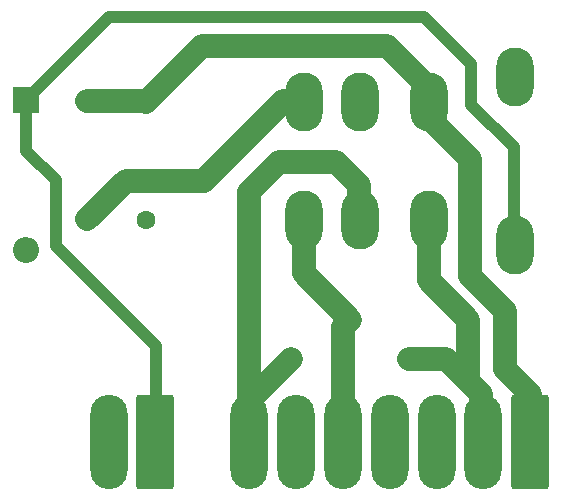
<source format=gbl>
%TF.GenerationSoftware,KiCad,Pcbnew,7.0.10-7.0.10~ubuntu22.04.1*%
%TF.CreationDate,2024-01-16T19:58:32-05:00*%
%TF.ProjectId,sys11-c11998-relay,73797331-312d-4633-9131-3939382d7265,1.0*%
%TF.SameCoordinates,Original*%
%TF.FileFunction,Copper,L2,Bot*%
%TF.FilePolarity,Positive*%
%FSLAX46Y46*%
G04 Gerber Fmt 4.6, Leading zero omitted, Abs format (unit mm)*
G04 Created by KiCad (PCBNEW 7.0.10-7.0.10~ubuntu22.04.1) date 2024-01-16 19:58:32*
%MOMM*%
%LPD*%
G01*
G04 APERTURE LIST*
G04 Aperture macros list*
%AMRoundRect*
0 Rectangle with rounded corners*
0 $1 Rounding radius*
0 $2 $3 $4 $5 $6 $7 $8 $9 X,Y pos of 4 corners*
0 Add a 4 corners polygon primitive as box body*
4,1,4,$2,$3,$4,$5,$6,$7,$8,$9,$2,$3,0*
0 Add four circle primitives for the rounded corners*
1,1,$1+$1,$2,$3*
1,1,$1+$1,$4,$5*
1,1,$1+$1,$6,$7*
1,1,$1+$1,$8,$9*
0 Add four rect primitives between the rounded corners*
20,1,$1+$1,$2,$3,$4,$5,0*
20,1,$1+$1,$4,$5,$6,$7,0*
20,1,$1+$1,$6,$7,$8,$9,0*
20,1,$1+$1,$8,$9,$2,$3,0*%
G04 Aperture macros list end*
%TA.AperFunction,ComponentPad*%
%ADD10C,1.600000*%
%TD*%
%TA.AperFunction,ComponentPad*%
%ADD11O,1.600000X1.600000*%
%TD*%
%TA.AperFunction,ComponentPad*%
%ADD12O,3.160000X5.000000*%
%TD*%
%TA.AperFunction,ComponentPad*%
%ADD13RoundRect,0.250000X1.330000X3.750000X-1.330000X3.750000X-1.330000X-3.750000X1.330000X-3.750000X0*%
%TD*%
%TA.AperFunction,ComponentPad*%
%ADD14O,3.160000X8.000000*%
%TD*%
%TA.AperFunction,ComponentPad*%
%ADD15R,2.200000X2.200000*%
%TD*%
%TA.AperFunction,ComponentPad*%
%ADD16O,2.200000X2.200000*%
%TD*%
%TA.AperFunction,Conductor*%
%ADD17C,2.000000*%
%TD*%
%TA.AperFunction,Conductor*%
%ADD18C,1.000000*%
%TD*%
G04 APERTURE END LIST*
D10*
%TO.P,C2,1*%
%TO.N,Net-(J2-Pin_6)*%
X114935000Y-124587000D03*
D11*
%TO.P,C2,2*%
%TO.N,Net-(J2-Pin_1)*%
X114935000Y-114587000D03*
%TD*%
D12*
%TO.P,RLY1,1,1*%
%TO.N,Net-(J2-Pin_5)*%
X128295400Y-124561600D03*
%TO.P,RLY1,2,2*%
%TO.N,Net-(J2-Pin_4)*%
X128295400Y-114554000D03*
%TO.P,RLY1,3,3*%
%TO.N,Net-(J2-Pin_7)*%
X132994400Y-124561600D03*
%TO.P,RLY1,4,4*%
%TO.N,Net-(J2-Pin_6)*%
X132994400Y-114554000D03*
%TO.P,RLY1,5,5*%
%TO.N,Net-(J2-Pin_2)*%
X138887200Y-124561600D03*
%TO.P,RLY1,6,6*%
%TO.N,Net-(J2-Pin_1)*%
X138887200Y-114554000D03*
%TO.P,RLY1,7,A*%
%TO.N,Net-(D1-K)*%
X146126200Y-126657100D03*
%TO.P,RLY1,8,B*%
%TO.N,Net-(D1-A)*%
X146126200Y-112458500D03*
%TD*%
D13*
%TO.P,J1,1,Pin_1*%
%TO.N,Net-(D1-K)*%
X115695800Y-143361200D03*
D14*
%TO.P,J1,2,Pin_2*%
%TO.N,Net-(D1-A)*%
X111735800Y-143361200D03*
%TD*%
D15*
%TO.P,D1,1,K*%
%TO.N,Net-(D1-K)*%
X104775000Y-114427000D03*
D16*
%TO.P,D1,2,A*%
%TO.N,Net-(D1-A)*%
X104775000Y-127127000D03*
%TD*%
D13*
%TO.P,J2,1,Pin_1*%
%TO.N,Net-(J2-Pin_1)*%
X147419200Y-143357600D03*
D14*
%TO.P,J2,2,Pin_2*%
%TO.N,Net-(J2-Pin_2)*%
X143459200Y-143357600D03*
%TO.P,J2,3,Pin_3*%
%TO.N,unconnected-(J2-Pin_3-Pad3)*%
X139499200Y-143357600D03*
%TO.P,J2,4,Pin_4*%
%TO.N,Net-(J2-Pin_4)*%
X135539200Y-143357600D03*
%TO.P,J2,5,Pin_5*%
%TO.N,Net-(J2-Pin_5)*%
X131579200Y-143357600D03*
%TO.P,J2,6,Pin_6*%
%TO.N,Net-(J2-Pin_6)*%
X127619200Y-143357600D03*
%TO.P,J2,7,Pin_7*%
%TO.N,Net-(J2-Pin_7)*%
X123659200Y-143357600D03*
%TD*%
D10*
%TO.P,C1,1*%
%TO.N,Net-(J2-Pin_4)*%
X109935000Y-124507000D03*
D11*
%TO.P,C1,2*%
%TO.N,Net-(J2-Pin_1)*%
X109935000Y-114507000D03*
%TD*%
D10*
%TO.P,C4,1*%
%TO.N,Net-(J2-Pin_5)*%
X132163800Y-133019800D03*
D11*
%TO.P,C4,2*%
%TO.N,Net-(J2-Pin_2)*%
X142163800Y-133019800D03*
%TD*%
D10*
%TO.P,C3,1*%
%TO.N,Net-(J2-Pin_7)*%
X127160000Y-136372600D03*
D11*
%TO.P,C3,2*%
%TO.N,Net-(J2-Pin_2)*%
X137160000Y-136372600D03*
%TD*%
D17*
%TO.N,Net-(J2-Pin_4)*%
X113182400Y-121259600D02*
X119786400Y-121259600D01*
X126504700Y-114541300D02*
X128244600Y-114541300D01*
X109935000Y-124507000D02*
X113182400Y-121259600D01*
X119786400Y-121259600D02*
X126504700Y-114541300D01*
%TO.N,Net-(J2-Pin_1)*%
X142341600Y-129286000D02*
X145338800Y-132283200D01*
X138836400Y-113385600D02*
X135305800Y-109855000D01*
X135305800Y-109855000D02*
X119634000Y-109855000D01*
X138836400Y-114541300D02*
X138836400Y-113385600D01*
X138836400Y-115951000D02*
X142341600Y-119456200D01*
X119634000Y-109855000D02*
X114935000Y-114554000D01*
X109935000Y-114507000D02*
X114855000Y-114507000D01*
X142341600Y-119456200D02*
X142341600Y-129286000D01*
X145338800Y-132283200D02*
X145338800Y-137185400D01*
X114855000Y-114507000D02*
X114935000Y-114587000D01*
X114935000Y-114554000D02*
X114935000Y-114587000D01*
X145338800Y-137185400D02*
X147447000Y-139293600D01*
X147447000Y-139293600D02*
X147421600Y-139319000D01*
X147421600Y-139319000D02*
X147421600Y-143586200D01*
X138836400Y-114541300D02*
X138836400Y-115951000D01*
%TO.N,Net-(J2-Pin_7)*%
X123661600Y-139242800D02*
X123661600Y-143586200D01*
X132943600Y-124548900D02*
X132943600Y-121615200D01*
X124289800Y-139242800D02*
X123661600Y-139242800D01*
X126187200Y-119684800D02*
X123661600Y-122210400D01*
X131013200Y-119684800D02*
X126187200Y-119684800D01*
X132943600Y-121615200D02*
X131013200Y-119684800D01*
X127160000Y-136372600D02*
X124289800Y-139242800D01*
X123661600Y-122210400D02*
X123661600Y-139242800D01*
%TO.N,Net-(J2-Pin_2)*%
X140335000Y-136372600D02*
X142163800Y-138201400D01*
X142163800Y-138201400D02*
X142163800Y-133019800D01*
X143256000Y-139293600D02*
X142163800Y-138201400D01*
X138836400Y-129692400D02*
X142163800Y-133019800D01*
X143256000Y-142796198D02*
X143256000Y-139293600D01*
X142963799Y-143088399D02*
X143256000Y-142796198D01*
X138836400Y-124548900D02*
X138836400Y-129692400D01*
X137160000Y-136372600D02*
X140335000Y-136372600D01*
%TO.N,Net-(J2-Pin_5)*%
X131579200Y-133604400D02*
X132163800Y-133019800D01*
X128244600Y-129100600D02*
X132163800Y-133019800D01*
X131579200Y-143357600D02*
X131579200Y-133604400D01*
X128244600Y-124548900D02*
X128244600Y-129100600D01*
X132163800Y-143004000D02*
X131581600Y-143586200D01*
D18*
%TO.N,Net-(D1-K)*%
X115727600Y-135234800D02*
X107289600Y-126796800D01*
X115727600Y-143586200D02*
X115727600Y-135234800D01*
X107289600Y-126796800D02*
X107289600Y-121234200D01*
X104775000Y-118719600D02*
X104775000Y-114427000D01*
X142443200Y-114808000D02*
X142443200Y-111379000D01*
X111785400Y-107416600D02*
X104775000Y-114427000D01*
X146075400Y-126644400D02*
X146075400Y-118440200D01*
X138480800Y-107416600D02*
X111785400Y-107416600D01*
X142443200Y-111379000D02*
X138480800Y-107416600D01*
X146075400Y-118440200D02*
X142443200Y-114808000D01*
X107289600Y-121234200D02*
X104775000Y-118719600D01*
%TD*%
M02*

</source>
